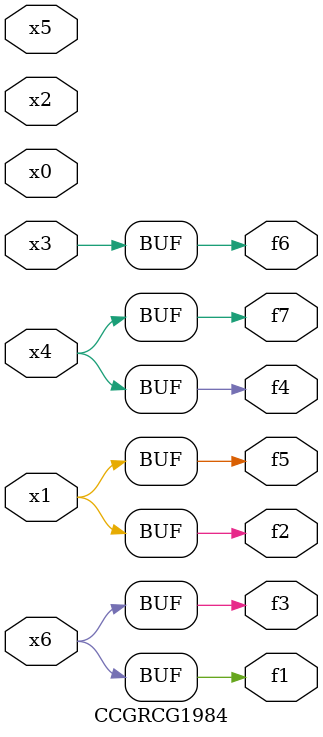
<source format=v>
module CCGRCG1984(
	input x0, x1, x2, x3, x4, x5, x6,
	output f1, f2, f3, f4, f5, f6, f7
);
	assign f1 = x6;
	assign f2 = x1;
	assign f3 = x6;
	assign f4 = x4;
	assign f5 = x1;
	assign f6 = x3;
	assign f7 = x4;
endmodule

</source>
